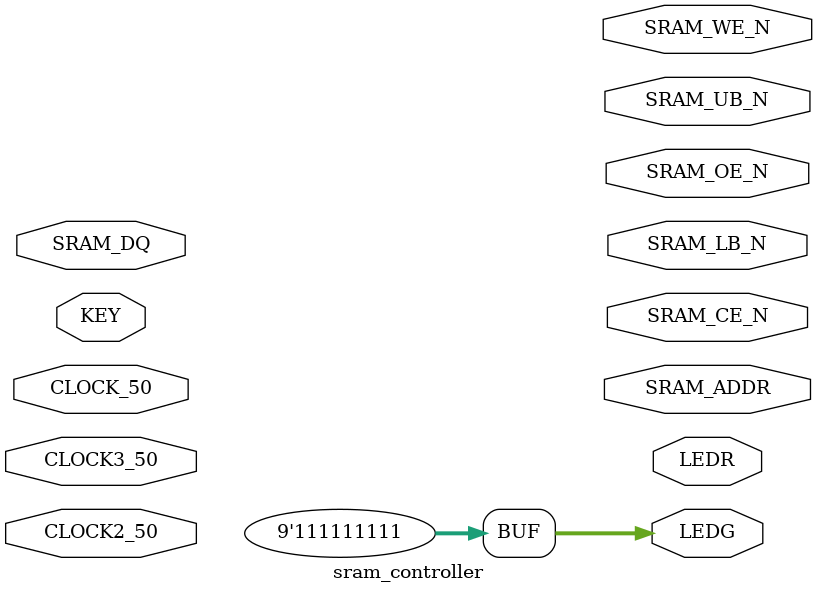
<source format=v>

module sram_controller(

	//////////// CLOCK //////////
	input 		          		CLOCK_50,
	input 		          		CLOCK2_50,
	input 		          		CLOCK3_50,

	//////////// LED //////////
	output		     [8:0]		LEDG,
	output		    [17:0]		LEDR,

	//////////// KEY //////////
	input 		     [3:0]		KEY,

	//////////// SRAM //////////
	output		    [19:0]		SRAM_ADDR,
	output		          		SRAM_CE_N,
	inout 		    [15:0]		SRAM_DQ,
	output		          		SRAM_LB_N,
	output		          		SRAM_OE_N,
	output		          		SRAM_UB_N,
	output		          		SRAM_WE_N
);

assign LEDG = 9'b111111111;

endmodule

</source>
